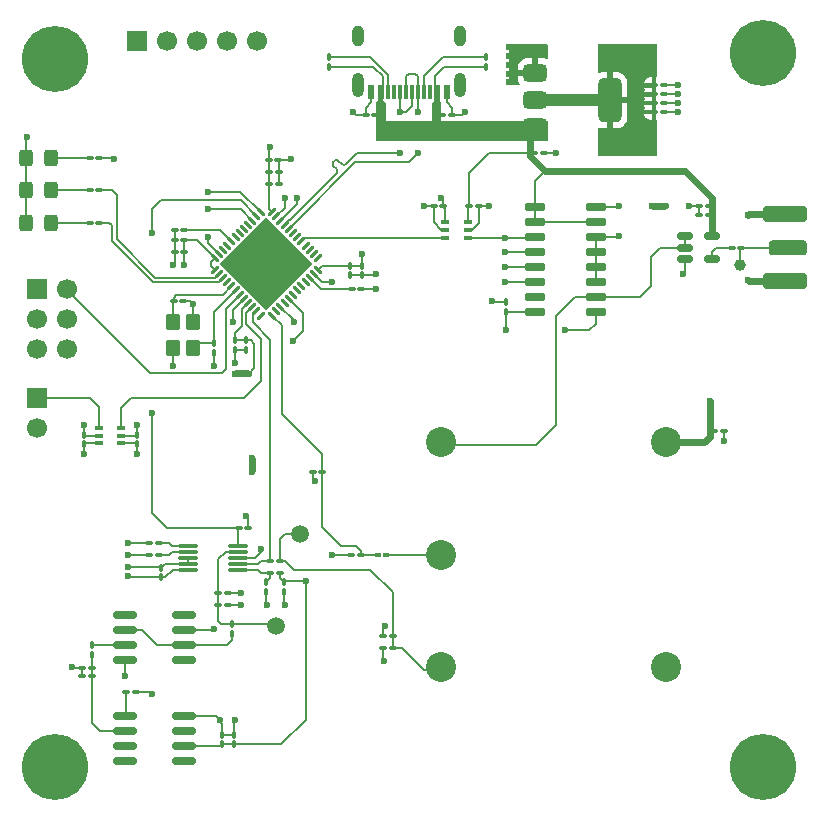
<source format=gbr>
%TF.GenerationSoftware,KiCad,Pcbnew,9.0.4*%
%TF.CreationDate,2025-10-02T19:52:11+02:00*%
%TF.ProjectId,gpsdo,67707364-6f2e-46b6-9963-61645f706362,rev?*%
%TF.SameCoordinates,Original*%
%TF.FileFunction,Copper,L1,Top*%
%TF.FilePolarity,Positive*%
%FSLAX46Y46*%
G04 Gerber Fmt 4.6, Leading zero omitted, Abs format (unit mm)*
G04 Created by KiCad (PCBNEW 9.0.4) date 2025-10-02 19:52:11*
%MOMM*%
%LPD*%
G01*
G04 APERTURE LIST*
G04 Aperture macros list*
%AMRoundRect*
0 Rectangle with rounded corners*
0 $1 Rounding radius*
0 $2 $3 $4 $5 $6 $7 $8 $9 X,Y pos of 4 corners*
0 Add a 4 corners polygon primitive as box body*
4,1,4,$2,$3,$4,$5,$6,$7,$8,$9,$2,$3,0*
0 Add four circle primitives for the rounded corners*
1,1,$1+$1,$2,$3*
1,1,$1+$1,$4,$5*
1,1,$1+$1,$6,$7*
1,1,$1+$1,$8,$9*
0 Add four rect primitives between the rounded corners*
20,1,$1+$1,$2,$3,$4,$5,0*
20,1,$1+$1,$4,$5,$6,$7,0*
20,1,$1+$1,$6,$7,$8,$9,0*
20,1,$1+$1,$8,$9,$2,$3,0*%
%AMRotRect*
0 Rectangle, with rotation*
0 The origin of the aperture is its center*
0 $1 length*
0 $2 width*
0 $3 Rotation angle, in degrees counterclockwise*
0 Add horizontal line*
21,1,$1,$2,0,0,$3*%
G04 Aperture macros list end*
%TA.AperFunction,EtchedComponent*%
%ADD10C,0.000000*%
%TD*%
%TA.AperFunction,ComponentPad*%
%ADD11R,1.700000X1.700000*%
%TD*%
%TA.AperFunction,ComponentPad*%
%ADD12C,1.700000*%
%TD*%
%TA.AperFunction,SMDPad,CuDef*%
%ADD13RoundRect,0.100000X-0.225000X-0.100000X0.225000X-0.100000X0.225000X0.100000X-0.225000X0.100000X0*%
%TD*%
%TA.AperFunction,SMDPad,CuDef*%
%ADD14RoundRect,0.100000X0.217500X0.100000X-0.217500X0.100000X-0.217500X-0.100000X0.217500X-0.100000X0*%
%TD*%
%TA.AperFunction,SMDPad,CuDef*%
%ADD15RoundRect,0.100000X-0.217500X-0.100000X0.217500X-0.100000X0.217500X0.100000X-0.217500X0.100000X0*%
%TD*%
%TA.AperFunction,SMDPad,CuDef*%
%ADD16RoundRect,0.100000X0.225000X0.100000X-0.225000X0.100000X-0.225000X-0.100000X0.225000X-0.100000X0*%
%TD*%
%TA.AperFunction,SMDPad,CuDef*%
%ADD17RoundRect,0.100000X0.100000X-0.217500X0.100000X0.217500X-0.100000X0.217500X-0.100000X-0.217500X0*%
%TD*%
%TA.AperFunction,SMDPad,CuDef*%
%ADD18RoundRect,0.150000X0.725000X0.150000X-0.725000X0.150000X-0.725000X-0.150000X0.725000X-0.150000X0*%
%TD*%
%TA.AperFunction,SMDPad,CuDef*%
%ADD19RoundRect,0.250000X0.325000X0.450000X-0.325000X0.450000X-0.325000X-0.450000X0.325000X-0.450000X0*%
%TD*%
%TA.AperFunction,SMDPad,CuDef*%
%ADD20RoundRect,0.150000X-0.825000X-0.150000X0.825000X-0.150000X0.825000X0.150000X-0.825000X0.150000X0*%
%TD*%
%TA.AperFunction,ConnectorPad*%
%ADD21C,5.600000*%
%TD*%
%TA.AperFunction,ComponentPad*%
%ADD22C,3.600000*%
%TD*%
%TA.AperFunction,SMDPad,CuDef*%
%ADD23RoundRect,0.100000X-0.100000X0.217500X-0.100000X-0.217500X0.100000X-0.217500X0.100000X0.217500X0*%
%TD*%
%TA.AperFunction,SMDPad,CuDef*%
%ADD24C,1.500000*%
%TD*%
%TA.AperFunction,SMDPad,CuDef*%
%ADD25RoundRect,0.250000X-0.350000X0.450000X-0.350000X-0.450000X0.350000X-0.450000X0.350000X0.450000X0*%
%TD*%
%TA.AperFunction,SMDPad,CuDef*%
%ADD26RoundRect,0.250000X1.600000X-0.425000X1.600000X0.425000X-1.600000X0.425000X-1.600000X-0.425000X0*%
%TD*%
%TA.AperFunction,SMDPad,CuDef*%
%ADD27RoundRect,0.250000X1.350000X-0.385000X1.350000X0.385000X-1.350000X0.385000X-1.350000X-0.385000X0*%
%TD*%
%TA.AperFunction,HeatsinkPad*%
%ADD28RotRect,5.600000X5.600000X45.000000*%
%TD*%
%TA.AperFunction,SMDPad,CuDef*%
%ADD29RoundRect,0.062500X0.220971X-0.309359X0.309359X-0.220971X-0.220971X0.309359X-0.309359X0.220971X0*%
%TD*%
%TA.AperFunction,SMDPad,CuDef*%
%ADD30RoundRect,0.062500X-0.220971X-0.309359X0.309359X0.220971X0.220971X0.309359X-0.309359X-0.220971X0*%
%TD*%
%TA.AperFunction,SMDPad,CuDef*%
%ADD31RoundRect,0.375000X-0.625000X-0.375000X0.625000X-0.375000X0.625000X0.375000X-0.625000X0.375000X0*%
%TD*%
%TA.AperFunction,SMDPad,CuDef*%
%ADD32RoundRect,0.500000X-0.500000X-1.400000X0.500000X-1.400000X0.500000X1.400000X-0.500000X1.400000X0*%
%TD*%
%TA.AperFunction,SMDPad,CuDef*%
%ADD33RoundRect,0.150000X-0.512500X-0.150000X0.512500X-0.150000X0.512500X0.150000X-0.512500X0.150000X0*%
%TD*%
%TA.AperFunction,HeatsinkPad*%
%ADD34O,1.000000X1.800000*%
%TD*%
%TA.AperFunction,HeatsinkPad*%
%ADD35O,1.000000X2.100000*%
%TD*%
%TA.AperFunction,SMDPad,CuDef*%
%ADD36R,0.600000X1.240000*%
%TD*%
%TA.AperFunction,SMDPad,CuDef*%
%ADD37R,0.300000X1.240000*%
%TD*%
%TA.AperFunction,SMDPad,CuDef*%
%ADD38RoundRect,0.087500X0.725000X0.087500X-0.725000X0.087500X-0.725000X-0.087500X0.725000X-0.087500X0*%
%TD*%
%TA.AperFunction,SMDPad,CuDef*%
%ADD39RoundRect,0.075000X-0.212500X-0.075000X0.212500X-0.075000X0.212500X0.075000X-0.212500X0.075000X0*%
%TD*%
%TA.AperFunction,SMDPad,CuDef*%
%ADD40RoundRect,0.150000X0.825000X0.150000X-0.825000X0.150000X-0.825000X-0.150000X0.825000X-0.150000X0*%
%TD*%
%TA.AperFunction,ComponentPad*%
%ADD41C,0.600000*%
%TD*%
%TA.AperFunction,SMDPad,CuDef*%
%ADD42C,1.000000*%
%TD*%
%TA.AperFunction,ComponentPad*%
%ADD43C,2.540000*%
%TD*%
%TA.AperFunction,ViaPad*%
%ADD44C,0.600000*%
%TD*%
%TA.AperFunction,Conductor*%
%ADD45C,0.200000*%
%TD*%
%TA.AperFunction,Conductor*%
%ADD46C,0.600000*%
%TD*%
%TA.AperFunction,Conductor*%
%ADD47C,1.000000*%
%TD*%
G04 APERTURE END LIST*
D10*
%TA.AperFunction,EtchedComponent*%
%TO.C,NT1*%
G36*
X129800000Y-104750000D02*
G01*
X129200000Y-104750000D01*
X129200000Y-103550000D01*
X129800000Y-103550000D01*
X129800000Y-104750000D01*
G37*
%TD.AperFunction*%
%TA.AperFunction,EtchedComponent*%
%TO.C,NT2*%
G36*
X129200000Y-96700000D02*
G01*
X128000000Y-96700000D01*
X128000000Y-96100000D01*
X129200000Y-96100000D01*
X129200000Y-96700000D01*
G37*
%TD.AperFunction*%
%TA.AperFunction,EtchedComponent*%
%TO.C,NT3*%
G36*
X164500000Y-82550000D02*
G01*
X163300000Y-82550000D01*
X163300000Y-81950000D01*
X164500000Y-81950000D01*
X164500000Y-82550000D01*
G37*
%TD.AperFunction*%
%TD*%
D11*
%TO.P,J7,1,Pin_1*%
%TO.N,OCXO_5MHZ*%
X119750000Y-68250000D03*
D12*
%TO.P,J7,2,Pin_2*%
%TO.N,OCXO_2.5MHZ*%
X122290000Y-68250000D03*
%TO.P,J7,3,Pin_3*%
%TO.N,OCXO_1.25MHZ*%
X124830000Y-68250000D03*
%TO.P,J7,4,Pin_4*%
%TO.N,OCXO_625KHZ*%
X127370000Y-68250000D03*
%TO.P,J7,5,Pin_5*%
%TO.N,GND*%
X129910000Y-68250000D03*
%TD*%
D13*
%TO.P,U1,6,VCCB*%
%TO.N,VCC_5V*%
X147742500Y-83600000D03*
%TO.P,U1,5,DIR*%
%TO.N,GND*%
X147742500Y-84250000D03*
%TO.P,U1,4,B*%
%TO.N,OCXO_625KHZ*%
X147742500Y-84900000D03*
%TO.P,U1,3,A*%
%TO.N,OCXO_625KHZ_3V3*%
X145842500Y-84900000D03*
%TO.P,U1,2,GND*%
%TO.N,GND*%
X145842500Y-84250000D03*
%TO.P,U1,1,VCCA*%
%TO.N,VDD_3V3*%
X145842500Y-83600000D03*
%TD*%
D14*
%TO.P,C39,1*%
%TO.N,VDD_3V3*%
X145657500Y-82250000D03*
%TO.P,C39,2*%
%TO.N,GND*%
X144842500Y-82250000D03*
%TD*%
D15*
%TO.P,C38,1*%
%TO.N,VCC_5V*%
X147842500Y-82250000D03*
%TO.P,C38,2*%
%TO.N,GND*%
X148657500Y-82250000D03*
%TD*%
D16*
%TO.P,U2,1,VCCA*%
%TO.N,VDD_3V3*%
X118400000Y-102300000D03*
%TO.P,U2,2,GND*%
%TO.N,GND*%
X118400000Y-101650000D03*
%TO.P,U2,3,A*%
%TO.N,PPS_3V3*%
X118400000Y-101000000D03*
%TO.P,U2,4,B*%
%TO.N,PPS_5V*%
X116500000Y-101000000D03*
%TO.P,U2,5,DIR*%
%TO.N,GND*%
X116500000Y-101650000D03*
%TO.P,U2,6,VCCB*%
%TO.N,VCC_5V*%
X116500000Y-102300000D03*
%TD*%
D17*
%TO.P,C40,1*%
%TO.N,VDD_3V3*%
X119750000Y-102407500D03*
%TO.P,C40,2*%
%TO.N,GND*%
X119750000Y-101592500D03*
%TD*%
%TO.P,C2,1*%
%TO.N,VCC_5V*%
X115250000Y-102407500D03*
%TO.P,C2,2*%
%TO.N,GND*%
X115250000Y-101592500D03*
%TD*%
D18*
%TO.P,U8,16,VCC*%
%TO.N,VCC_5V*%
X153425000Y-91195000D03*
%TO.P,U8,15,TC*%
%TO.N,unconnected-(U8-TC-Pad15)*%
X153425000Y-89925000D03*
%TO.P,U8,14,Q0*%
%TO.N,OCXO_5MHZ*%
X153425000Y-88655000D03*
%TO.P,U8,13,Q1*%
%TO.N,OCXO_2.5MHZ*%
X153425000Y-87385000D03*
%TO.P,U8,12,Q2*%
%TO.N,OCXO_1.25MHZ*%
X153425000Y-86115000D03*
%TO.P,U8,11,Q3*%
%TO.N,OCXO_625KHZ*%
X153425000Y-84845000D03*
%TO.P,U8,10,CET*%
%TO.N,VCC_5V*%
X153425000Y-83575000D03*
%TO.P,U8,9,~{PE}*%
X153425000Y-82305000D03*
%TO.P,U8,8,GND*%
%TO.N,GND*%
X158575000Y-82305000D03*
%TO.P,U8,7,CEP*%
%TO.N,VCC_5V*%
X158575000Y-83575000D03*
%TO.P,U8,6,D3*%
%TO.N,GND*%
X158575000Y-84845000D03*
%TO.P,U8,5,D2*%
X158575000Y-86115000D03*
%TO.P,U8,4,D1*%
X158575000Y-87385000D03*
%TO.P,U8,3,D0*%
X158575000Y-88655000D03*
%TO.P,U8,2,CP*%
%TO.N,OCXO_Out*%
X158575000Y-89925000D03*
%TO.P,U8,1,~{MR}*%
%TO.N,VCC_5V*%
X158575000Y-91195000D03*
%TD*%
D19*
%TO.P,D3,2,A*%
%TO.N,VDD_3V3*%
X110375000Y-78150000D03*
%TO.P,D3,1,K*%
%TO.N,Net-(D3-K)*%
X112425000Y-78150000D03*
%TD*%
D20*
%TO.P,U5,8,NC*%
%TO.N,unconnected-(U5-NC-Pad8)*%
X123682500Y-116862500D03*
%TO.P,U5,7,V+*%
%TO.N,VCC_5V*%
X123682500Y-118132500D03*
%TO.P,U5,6*%
%TO.N,V_OCXO_Buffer*%
X123682500Y-119402500D03*
%TO.P,U5,5,NC*%
%TO.N,unconnected-(U5-NC-Pad5)*%
X123682500Y-120672500D03*
%TO.P,U5,4,V-*%
%TO.N,GNDA*%
X118732500Y-120672500D03*
%TO.P,U5,3,+*%
%TO.N,Net-(U5-+)*%
X118732500Y-119402500D03*
%TO.P,U5,2,-*%
%TO.N,V_OCXO_Buffer*%
X118732500Y-118132500D03*
%TO.P,U5,1,NC*%
%TO.N,unconnected-(U5-NC-Pad1)*%
X118732500Y-116862500D03*
%TD*%
D21*
%TO.P,REF\u002A\u002A,1*%
%TO.N,N/C*%
X112750000Y-69750000D03*
D22*
X112750000Y-69750000D03*
%TD*%
D15*
%TO.P,R1,2*%
%TO.N,Net-(OSC5A2B1-Vref)*%
X131840000Y-112250000D03*
%TO.P,R1,1*%
%TO.N,OCXO_Vref*%
X131025000Y-112250000D03*
%TD*%
%TO.P,C18,2*%
%TO.N,GND*%
X138725000Y-89250000D03*
%TO.P,C18,1*%
%TO.N,Net-(U6-VCAP1)*%
X137910000Y-89250000D03*
%TD*%
D14*
%TO.P,R18,2*%
%TO.N,Net-(R18-Pad2)*%
X170092500Y-85750000D03*
%TO.P,R18,1*%
%TO.N,Net-(J5-In)*%
X170907500Y-85750000D03*
%TD*%
%TO.P,C4,2*%
%TO.N,GNDA*%
X140600000Y-119650000D03*
%TO.P,C4,1*%
%TO.N,Net-(OSC5A2B1-Vref)*%
X141415000Y-119650000D03*
%TD*%
D12*
%TO.P,J1,2,Pin_2*%
%TO.N,GND*%
X111250000Y-101015000D03*
D11*
%TO.P,J1,1,Pin_1*%
%TO.N,PPS_5V*%
X111250000Y-98475000D03*
%TD*%
D14*
%TO.P,C32,2*%
%TO.N,GNDA*%
X134592500Y-104750000D03*
%TO.P,C32,1*%
%TO.N,OCXO_Temperature*%
X135407500Y-104750000D03*
%TD*%
D15*
%TO.P,C5,2*%
%TO.N,GNDA*%
X169407500Y-101250000D03*
%TO.P,C5,1*%
%TO.N,VCC_5V*%
X168592500Y-101250000D03*
%TD*%
D17*
%TO.P,R16,2*%
%TO.N,Net-(J3-CC2)*%
X136000000Y-69592500D03*
%TO.P,R16,1*%
%TO.N,VCC_5V*%
X136000000Y-70407500D03*
%TD*%
D23*
%TO.P,C21,2*%
%TO.N,GND*%
X137750000Y-88090000D03*
%TO.P,C21,1*%
%TO.N,VDD_3V3*%
X137750000Y-87275000D03*
%TD*%
D14*
%TO.P,R13,2*%
%TO.N,Net-(D2-K)*%
X115742500Y-80900000D03*
%TO.P,R13,1*%
%TO.N,LED2*%
X116557500Y-80900000D03*
%TD*%
D24*
%TO.P,TP3,1,1*%
%TO.N,DAC_Vref*%
X131500000Y-117750000D03*
%TD*%
D15*
%TO.P,C31,2*%
%TO.N,GND*%
X164315000Y-73500000D03*
%TO.P,C31,1*%
%TO.N,VDD_3V3*%
X163500000Y-73500000D03*
%TD*%
D25*
%TO.P,X1,4,4*%
%TO.N,GND*%
X124450000Y-92015000D03*
%TO.P,X1,3,3*%
%TO.N,OSC_OUT*%
X124450000Y-94215000D03*
%TO.P,X1,2,2*%
%TO.N,GND*%
X122750000Y-94215000D03*
%TO.P,X1,1,1*%
%TO.N,OSC_IN*%
X122750000Y-92015000D03*
%TD*%
D26*
%TO.P,J5,2,Ext*%
%TO.N,GNDA*%
X174587500Y-88575000D03*
X174587500Y-82925000D03*
D27*
%TO.P,J5,1,In*%
%TO.N,Net-(J5-In)*%
X174837500Y-85750000D03*
%TD*%
D15*
%TO.P,C12,2*%
%TO.N,GNDA*%
X119615000Y-123387500D03*
%TO.P,C12,1*%
%TO.N,Net-(U3-Trim{slash}NR)*%
X118800000Y-123387500D03*
%TD*%
D28*
%TO.P,U6,49,VSS*%
%TO.N,GND*%
X130687500Y-87115000D03*
D29*
%TO.P,U6,48,VDD*%
%TO.N,VDD_3V3*%
X126312277Y-86628864D03*
%TO.P,U6,47,VSS*%
%TO.N,GND*%
X126665830Y-86275311D03*
%TO.P,U6,46,PB9*%
%TO.N,unconnected-(U6-PB9-Pad46)*%
X127019384Y-85921757D03*
%TO.P,U6,45,PB8*%
%TO.N,unconnected-(U6-PB8-Pad45)*%
X127372937Y-85568204D03*
%TO.P,U6,44,BOOT0*%
%TO.N,Net-(U6-BOOT0)*%
X127726490Y-85214651D03*
%TO.P,U6,43,PB7*%
%TO.N,unconnected-(U6-PB7-Pad43)*%
X128080044Y-84861097D03*
%TO.P,U6,42,PB6*%
%TO.N,unconnected-(U6-PB6-Pad42)*%
X128433597Y-84507544D03*
%TO.P,U6,41,PB5*%
%TO.N,unconnected-(U6-PB5-Pad41)*%
X128787151Y-84153990D03*
%TO.P,U6,40,PB4*%
%TO.N,unconnected-(U6-PB4-Pad40)*%
X129140704Y-83800437D03*
%TO.P,U6,39,PB3*%
%TO.N,SWO*%
X129494257Y-83446884D03*
%TO.P,U6,38,PA15*%
%TO.N,AD5541A_CS*%
X129847811Y-83093330D03*
%TO.P,U6,37,PA14*%
%TO.N,SWCLK*%
X130201364Y-82739777D03*
D30*
%TO.P,U6,36,VDD*%
%TO.N,VDD_3V3*%
X131173636Y-82739777D03*
%TO.P,U6,35,VSS*%
%TO.N,GND*%
X131527189Y-83093330D03*
%TO.P,U6,34,PA13*%
%TO.N,SWDIO*%
X131880743Y-83446884D03*
%TO.P,U6,33,PA12*%
%TO.N,USB_P*%
X132234296Y-83800437D03*
%TO.P,U6,32,PA11*%
%TO.N,USB_N*%
X132587849Y-84153990D03*
%TO.P,U6,31,PA10*%
%TO.N,unconnected-(U6-PA10-Pad31)*%
X132941403Y-84507544D03*
%TO.P,U6,30,PA9*%
%TO.N,unconnected-(U6-PA9-Pad30)*%
X133294956Y-84861097D03*
%TO.P,U6,29,PA8*%
%TO.N,OCXO_625KHZ_3V3*%
X133648510Y-85214651D03*
%TO.P,U6,28,PB15*%
%TO.N,unconnected-(U6-PB15-Pad28)*%
X134002063Y-85568204D03*
%TO.P,U6,27,PB14*%
%TO.N,unconnected-(U6-PB14-Pad27)*%
X134355616Y-85921757D03*
%TO.P,U6,26,PB13*%
%TO.N,unconnected-(U6-PB13-Pad26)*%
X134709170Y-86275311D03*
%TO.P,U6,25,PB12*%
%TO.N,unconnected-(U6-PB12-Pad25)*%
X135062723Y-86628864D03*
D29*
%TO.P,U6,24,VDD*%
%TO.N,VDD_3V3*%
X135062723Y-87601136D03*
%TO.P,U6,23,VSS*%
%TO.N,GND*%
X134709170Y-87954689D03*
%TO.P,U6,22,VCAP1*%
%TO.N,Net-(U6-VCAP1)*%
X134355616Y-88308243D03*
%TO.P,U6,21,PB10*%
%TO.N,unconnected-(U6-PB10-Pad21)*%
X134002063Y-88661796D03*
%TO.P,U6,20,PB2*%
%TO.N,unconnected-(U6-PB2-Pad20)*%
X133648510Y-89015349D03*
%TO.P,U6,19,PB1*%
%TO.N,unconnected-(U6-PB1-Pad19)*%
X133294956Y-89368903D03*
%TO.P,U6,18,PB0*%
%TO.N,unconnected-(U6-PB0-Pad18)*%
X132941403Y-89722456D03*
%TO.P,U6,17,PA7*%
%TO.N,AD5541A_DIN*%
X132587849Y-90076010D03*
%TO.P,U6,16,PA6*%
%TO.N,unconnected-(U6-PA6-Pad16)*%
X132234296Y-90429563D03*
%TO.P,U6,15,PA5*%
%TO.N,AD5541A_SCLK*%
X131880743Y-90783116D03*
%TO.P,U6,14,PA4*%
%TO.N,unconnected-(U6-PA4-Pad14)*%
X131527189Y-91136670D03*
%TO.P,U6,13,PA3*%
%TO.N,OCXO_Temperature*%
X131173636Y-91490223D03*
D30*
%TO.P,U6,12,PA2*%
%TO.N,unconnected-(U6-PA2-Pad12)*%
X130201364Y-91490223D03*
%TO.P,U6,11,PA1*%
%TO.N,OCXO_Vref*%
X129847811Y-91136670D03*
%TO.P,U6,10,PA0*%
%TO.N,PPS_3V3*%
X129494257Y-90783116D03*
%TO.P,U6,9,VDDA*%
%TO.N,VDDA_3V3*%
X129140704Y-90429563D03*
%TO.P,U6,8,VSSA*%
%TO.N,GND*%
X128787151Y-90076010D03*
%TO.P,U6,7,NRST*%
%TO.N,NRST*%
X128433597Y-89722456D03*
%TO.P,U6,6,PH1*%
%TO.N,OSC_OUT*%
X128080044Y-89368903D03*
%TO.P,U6,5,PH0*%
%TO.N,OSC_IN*%
X127726490Y-89015349D03*
%TO.P,U6,4,PC15*%
%TO.N,unconnected-(U6-PC15-Pad4)*%
X127372937Y-88661796D03*
%TO.P,U6,3,PC14*%
%TO.N,LED1*%
X127019384Y-88308243D03*
%TO.P,U6,2,PC13*%
%TO.N,LED2*%
X126665830Y-87954689D03*
%TO.P,U6,1,VBAT*%
%TO.N,VDD_3V3*%
X126312277Y-87601136D03*
%TD*%
D17*
%TO.P,C15,2*%
%TO.N,GND*%
X121750000Y-112842500D03*
%TO.P,C15,1*%
%TO.N,VDD_3V3*%
X121750000Y-113657500D03*
%TD*%
D15*
%TO.P,C20,2*%
%TO.N,GND*%
X131725000Y-80365000D03*
%TO.P,C20,1*%
%TO.N,VDD_3V3*%
X130910000Y-80365000D03*
%TD*%
D17*
%TO.P,R8,2*%
%TO.N,DAC_Vref*%
X127750000Y-117635000D03*
%TO.P,R8,1*%
%TO.N,V_OCXO_Buffer*%
X127750000Y-118450000D03*
%TD*%
D15*
%TO.P,C11,2*%
%TO.N,GNDA*%
X127432500Y-115021250D03*
%TO.P,C11,1*%
%TO.N,DAC_Vref*%
X126617500Y-115021250D03*
%TD*%
D14*
%TO.P,C3,2*%
%TO.N,GNDA*%
X140600000Y-118650000D03*
%TO.P,C3,1*%
%TO.N,Net-(OSC5A2B1-Vref)*%
X141415000Y-118650000D03*
%TD*%
D23*
%TO.P,C27,2*%
%TO.N,GND*%
X128000000Y-94407500D03*
%TO.P,C27,1*%
%TO.N,VDDA_3V3*%
X128000000Y-93592500D03*
%TD*%
D31*
%TO.P,U7,3,VI*%
%TO.N,VCC_5V*%
X153450000Y-75550000D03*
D32*
%TO.P,U7,2,VO*%
%TO.N,VDD_3V3*%
X159750000Y-73250000D03*
D31*
X153450000Y-73250000D03*
%TO.P,U7,1,GND*%
%TO.N,GND*%
X153450000Y-70950000D03*
%TD*%
D19*
%TO.P,D1,2,A*%
%TO.N,VDD_3V3*%
X110375000Y-83650000D03*
%TO.P,D1,1,K*%
%TO.N,Net-(D1-K)*%
X112425000Y-83650000D03*
%TD*%
D14*
%TO.P,R17,2*%
%TO.N,VDD_3V3*%
X137842500Y-111750000D03*
%TO.P,R17,1*%
%TO.N,OCXO_Temperature*%
X138657500Y-111750000D03*
%TD*%
D23*
%TO.P,C7,2*%
%TO.N,GNDA*%
X132182500Y-114907500D03*
%TO.P,C7,1*%
%TO.N,VCC_5V*%
X132182500Y-114092500D03*
%TD*%
%TO.P,C17,2*%
%TO.N,GND*%
X126250000Y-94657500D03*
%TO.P,C17,1*%
%TO.N,OSC_OUT*%
X126250000Y-93842500D03*
%TD*%
D14*
%TO.P,R12,2*%
%TO.N,Net-(D1-K)*%
X115742500Y-83650000D03*
%TO.P,R12,1*%
%TO.N,LED1*%
X116557500Y-83650000D03*
%TD*%
D33*
%TO.P,U9,5,VCC*%
%TO.N,VCC_5V*%
X168387500Y-84800000D03*
%TO.P,U9,4*%
%TO.N,Net-(R18-Pad2)*%
X168387500Y-86700000D03*
%TO.P,U9,3,GND*%
%TO.N,GNDA*%
X166112500Y-86700000D03*
%TO.P,U9,2*%
%TO.N,OCXO_Out*%
X166112500Y-85750000D03*
%TO.P,U9,1*%
X166112500Y-84800000D03*
%TD*%
D21*
%TO.P,REF\u002A\u002A,1*%
%TO.N,N/C*%
X172750000Y-129750000D03*
D22*
X172750000Y-129750000D03*
%TD*%
D17*
%TO.P,C8,2*%
%TO.N,GNDA*%
X126932500Y-126977500D03*
%TO.P,C8,1*%
%TO.N,VCC_5V*%
X126932500Y-127792500D03*
%TD*%
D14*
%TO.P,R9,2*%
%TO.N,GND*%
X122910000Y-84250000D03*
%TO.P,R9,1*%
%TO.N,Net-(U6-BOOT0)*%
X123725000Y-84250000D03*
%TD*%
D34*
%TO.P,J3,S1,SHIELD*%
%TO.N,GND*%
X138430000Y-67800000D03*
D35*
X138430000Y-72000000D03*
D34*
X147070000Y-67800000D03*
D35*
X147070000Y-72000000D03*
D36*
%TO.P,J3,B12,GND*%
X145950000Y-72600000D03*
%TO.P,J3,B9,VBUS*%
%TO.N,VCC_5V*%
X145150000Y-72600000D03*
D37*
%TO.P,J3,B8*%
%TO.N,N/C*%
X144500000Y-72600000D03*
%TO.P,J3,B7,D-*%
%TO.N,USB_N*%
X143500000Y-72600000D03*
%TO.P,J3,B6,D+*%
%TO.N,USB_P*%
X142000000Y-72600000D03*
%TO.P,J3,B5,CC2*%
%TO.N,Net-(J3-CC2)*%
X141000000Y-72600000D03*
D36*
%TO.P,J3,B4,VBUS*%
%TO.N,VCC_5V*%
X140350000Y-72600000D03*
%TO.P,J3,B1,GND*%
%TO.N,GND*%
X139550000Y-72600000D03*
%TO.P,J3,A12,GND*%
X139550000Y-72600000D03*
%TO.P,J3,A9,VBUS*%
%TO.N,VCC_5V*%
X140350000Y-72600000D03*
D37*
%TO.P,J3,A8*%
%TO.N,N/C*%
X141500000Y-72600000D03*
%TO.P,J3,A7,D-*%
%TO.N,USB_N*%
X142500000Y-72600000D03*
%TO.P,J3,A6,D+*%
%TO.N,USB_P*%
X143000000Y-72600000D03*
%TO.P,J3,A5,CC1*%
%TO.N,Net-(J3-CC1)*%
X144000000Y-72600000D03*
D36*
%TO.P,J3,A4,VBUS*%
%TO.N,VCC_5V*%
X145150000Y-72600000D03*
%TO.P,J3,A1,GND*%
%TO.N,GND*%
X145950000Y-72600000D03*
%TD*%
D21*
%TO.P,REF\u002A\u002A,1*%
%TO.N,N/C*%
X172750000Y-69250000D03*
D22*
X172750000Y-69250000D03*
%TD*%
D14*
%TO.P,R6,2*%
%TO.N,AD5541A_SCLK*%
X120775000Y-110750000D03*
%TO.P,R6,1*%
%TO.N,Net-(U4-SCLK)*%
X121590000Y-110750000D03*
%TD*%
%TO.P,C37,2*%
%TO.N,GNDA*%
X167342500Y-83000000D03*
%TO.P,C37,1*%
%TO.N,VCC_5V*%
X168157500Y-83000000D03*
%TD*%
D17*
%TO.P,C1,2*%
%TO.N,GND*%
X151000000Y-90342500D03*
%TO.P,C1,1*%
%TO.N,VCC_5V*%
X151000000Y-91157500D03*
%TD*%
D38*
%TO.P,U4,10,VLOGIC*%
%TO.N,VDD_3V3*%
X124070000Y-113000000D03*
%TO.P,U4,9,DGND*%
%TO.N,GND*%
X124070000Y-112500000D03*
%TO.P,U4,8,LDAC*%
X124070000Y-112000000D03*
%TO.P,U4,7,DIN*%
%TO.N,Net-(U4-DIN)*%
X124070000Y-111500000D03*
%TO.P,U4,6,SCLK*%
%TO.N,Net-(U4-SCLK)*%
X124070000Y-111000000D03*
%TO.P,U4,5,CS*%
%TO.N,AD5541A_CS*%
X128295000Y-111000000D03*
%TO.P,U4,4,REF*%
%TO.N,DAC_Vref*%
X128295000Y-111500000D03*
%TO.P,U4,3,AGND*%
%TO.N,GNDA*%
X128295000Y-112000000D03*
%TO.P,U4,2,VOUT*%
%TO.N,OCXO_Vref*%
X128295000Y-112500000D03*
%TO.P,U4,1,VDD*%
%TO.N,Net-(U4-VDD)*%
X128295000Y-113000000D03*
%TD*%
D15*
%TO.P,C29,2*%
%TO.N,GND*%
X164315000Y-72000000D03*
%TO.P,C29,1*%
%TO.N,VDD_3V3*%
X163500000Y-72000000D03*
%TD*%
D14*
%TO.P,L1,2,2*%
%TO.N,Net-(U4-VDD)*%
X131025000Y-113250000D03*
%TO.P,L1,1,1*%
%TO.N,VCC_5V*%
X131840000Y-113250000D03*
%TD*%
D17*
%TO.P,C6,2*%
%TO.N,GNDA*%
X127932500Y-126977500D03*
%TO.P,C6,1*%
%TO.N,VCC_5V*%
X127932500Y-127792500D03*
%TD*%
D14*
%TO.P,R14,2*%
%TO.N,Net-(D3-K)*%
X115742500Y-78150000D03*
%TO.P,R14,1*%
%TO.N,GND*%
X116557500Y-78150000D03*
%TD*%
D24*
%TO.P,TP1,1,1*%
%TO.N,Net-(OSC5A2B1-Vref)*%
X133500000Y-110000000D03*
%TD*%
D15*
%TO.P,C28,2*%
%TO.N,GND*%
X154157500Y-77750000D03*
%TO.P,C28,1*%
%TO.N,VCC_5V*%
X153342500Y-77750000D03*
%TD*%
D23*
%TO.P,C9,2*%
%TO.N,GNDA*%
X130682500Y-114907500D03*
%TO.P,C9,1*%
%TO.N,Net-(U4-VDD)*%
X130682500Y-114092500D03*
%TD*%
D39*
%TO.P,TH1,2*%
%TO.N,GNDA*%
X140837500Y-111750000D03*
%TO.P,TH1,1*%
%TO.N,OCXO_Temperature*%
X140162500Y-111750000D03*
%TD*%
D15*
%TO.P,C33,2*%
%TO.N,GND*%
X164315000Y-74250000D03*
%TO.P,C33,1*%
%TO.N,VDD_3V3*%
X163500000Y-74250000D03*
%TD*%
D21*
%TO.P,REF\u002A\u002A,1*%
%TO.N,N/C*%
X112750000Y-129750000D03*
D22*
X112750000Y-129750000D03*
%TD*%
D15*
%TO.P,C10,2*%
%TO.N,GNDA*%
X127432500Y-116021250D03*
%TO.P,C10,1*%
%TO.N,DAC_Vref*%
X126617500Y-116021250D03*
%TD*%
D14*
%TO.P,C19,2*%
%TO.N,GND*%
X122910000Y-85115000D03*
%TO.P,C19,1*%
%TO.N,VDD_3V3*%
X123725000Y-85115000D03*
%TD*%
D15*
%TO.P,C23,2*%
%TO.N,GND*%
X131725000Y-79365000D03*
%TO.P,C23,1*%
%TO.N,VDD_3V3*%
X130910000Y-79365000D03*
%TD*%
D19*
%TO.P,D2,2,A*%
%TO.N,VDD_3V3*%
X110375000Y-80900000D03*
%TO.P,D2,1,K*%
%TO.N,Net-(D2-K)*%
X112425000Y-80900000D03*
%TD*%
D17*
%TO.P,R4,2*%
%TO.N,Net-(U5-+)*%
X115957500Y-119385000D03*
%TO.P,R4,1*%
%TO.N,Net-(U3-Vout)*%
X115957500Y-120200000D03*
%TD*%
D15*
%TO.P,C25,2*%
%TO.N,GND*%
X131700000Y-78365000D03*
%TO.P,C25,1*%
%TO.N,VDD_3V3*%
X130885000Y-78365000D03*
%TD*%
%TO.P,C34,2*%
%TO.N,GND*%
X146407500Y-74500000D03*
%TO.P,C34,1*%
%TO.N,VCC_5V*%
X145592500Y-74500000D03*
%TD*%
D40*
%TO.P,U3,8,DNC*%
%TO.N,unconnected-(U3-DNC-Pad8)*%
X118732500Y-129197500D03*
%TO.P,U3,7,NC*%
%TO.N,unconnected-(U3-NC-Pad7)*%
X118732500Y-127927500D03*
%TO.P,U3,6,Vout*%
%TO.N,Net-(U3-Vout)*%
X118732500Y-126657500D03*
%TO.P,U3,5,Trim/NR*%
%TO.N,Net-(U3-Trim{slash}NR)*%
X118732500Y-125387500D03*
%TO.P,U3,4,GND*%
%TO.N,GNDA*%
X123682500Y-125387500D03*
%TO.P,U3,3,Temp*%
%TO.N,unconnected-(U3-Temp-Pad3)*%
X123682500Y-126657500D03*
%TO.P,U3,2,Vin*%
%TO.N,VCC_5V*%
X123682500Y-127927500D03*
%TO.P,U3,1,DNC*%
%TO.N,unconnected-(U3-DNC-Pad1)*%
X123682500Y-129197500D03*
%TD*%
D41*
%TO.P,NT1,2,2*%
%TO.N,GND*%
X129500000Y-103550000D03*
%TO.P,NT1,1,1*%
%TO.N,GNDA*%
X129500000Y-104750000D03*
%TD*%
D14*
%TO.P,C13,2*%
%TO.N,GNDA*%
X115117500Y-121292500D03*
%TO.P,C13,1*%
%TO.N,Net-(U3-Vout)*%
X115932500Y-121292500D03*
%TD*%
%TO.P,C36,2*%
%TO.N,GNDA*%
X167342500Y-82250000D03*
%TO.P,C36,1*%
%TO.N,VCC_5V*%
X168157500Y-82250000D03*
%TD*%
D41*
%TO.P,NT2,2,2*%
%TO.N,VDD_3V3*%
X128000000Y-96400000D03*
%TO.P,NT2,1,1*%
%TO.N,VDDA_3V3*%
X129200000Y-96400000D03*
%TD*%
D14*
%TO.P,C22,2*%
%TO.N,GND*%
X122910000Y-86115000D03*
%TO.P,C22,1*%
%TO.N,VDD_3V3*%
X123725000Y-86115000D03*
%TD*%
D12*
%TO.P,J2,6,Pin_6*%
%TO.N,GND*%
X113790000Y-94357500D03*
%TO.P,J2,5,Pin_5*%
%TO.N,SWDIO*%
X111250000Y-94357500D03*
%TO.P,J2,4,Pin_4*%
%TO.N,SWCLK*%
X113790000Y-91817500D03*
%TO.P,J2,3,Pin_3*%
%TO.N,SWO*%
X111250000Y-91817500D03*
%TO.P,J2,2,Pin_2*%
%TO.N,NRST*%
X113790000Y-89277500D03*
D11*
%TO.P,J2,1,Pin_1*%
%TO.N,VDD_3V3*%
X111250000Y-89277500D03*
%TD*%
D17*
%TO.P,R15,2*%
%TO.N,Net-(J3-CC1)*%
X149250000Y-69592500D03*
%TO.P,R15,1*%
%TO.N,VCC_5V*%
X149250000Y-70407500D03*
%TD*%
D23*
%TO.P,C24,2*%
%TO.N,GND*%
X138750000Y-88090000D03*
%TO.P,C24,1*%
%TO.N,VDD_3V3*%
X138750000Y-87275000D03*
%TD*%
D41*
%TO.P,NT3,2,2*%
%TO.N,GND*%
X163300000Y-82250000D03*
%TO.P,NT3,1,1*%
%TO.N,GNDA*%
X164500000Y-82250000D03*
%TD*%
D15*
%TO.P,R7,2*%
%TO.N,VDD_3V3*%
X129157500Y-109500000D03*
%TO.P,R7,1*%
%TO.N,AD5541A_CS*%
X128342500Y-109500000D03*
%TD*%
D23*
%TO.P,C26,2*%
%TO.N,GND*%
X129000000Y-94407500D03*
%TO.P,C26,1*%
%TO.N,VDDA_3V3*%
X129000000Y-93592500D03*
%TD*%
D14*
%TO.P,R5,2*%
%TO.N,AD5541A_DIN*%
X120775000Y-111750000D03*
%TO.P,R5,1*%
%TO.N,Net-(U4-DIN)*%
X121590000Y-111750000D03*
%TD*%
D42*
%TO.P,TP2,1,1*%
%TO.N,Net-(J5-In)*%
X170750000Y-87250000D03*
%TD*%
D43*
%TO.P,OSC5A2B1,5,Vcc*%
%TO.N,VCC_5V*%
X164500000Y-102225000D03*
%TO.P,OSC5A2B1,4,NC*%
%TO.N,unconnected-(OSC5A2B1-NC-Pad4)*%
X164500000Y-121275000D03*
%TO.P,OSC5A2B1,3,Vref*%
%TO.N,Net-(OSC5A2B1-Vref)*%
X145450000Y-121275000D03*
%TO.P,OSC5A2B1,2,GND*%
%TO.N,GNDA*%
X145450000Y-111750000D03*
%TO.P,OSC5A2B1,1,Out*%
%TO.N,OCXO_Out*%
X145450000Y-102225000D03*
%TD*%
D15*
%TO.P,C30,2*%
%TO.N,GND*%
X164315000Y-72750000D03*
%TO.P,C30,1*%
%TO.N,VDD_3V3*%
X163500000Y-72750000D03*
%TD*%
%TO.P,C16,2*%
%TO.N,GND*%
X123657500Y-90250000D03*
%TO.P,C16,1*%
%TO.N,OSC_IN*%
X122842500Y-90250000D03*
%TD*%
D14*
%TO.P,C14,2*%
%TO.N,GNDA*%
X115117500Y-122042500D03*
%TO.P,C14,1*%
%TO.N,Net-(U3-Vout)*%
X115932500Y-122042500D03*
%TD*%
%TO.P,C35,2*%
%TO.N,GND*%
X139092500Y-74500000D03*
%TO.P,C35,1*%
%TO.N,VCC_5V*%
X139907500Y-74500000D03*
%TD*%
D44*
%TO.N,VDD_3V3*%
X129000000Y-108500000D03*
%TO.N,GNDA*%
X134800000Y-105500000D03*
%TO.N,GND*%
X119750000Y-100750000D03*
%TO.N,VDD_3V3*%
X119750000Y-103250000D03*
%TO.N,GND*%
X115250000Y-100750000D03*
%TO.N,VCC_5V*%
X115250000Y-103250000D03*
X151000000Y-92750000D03*
%TO.N,GND*%
X149750000Y-90250000D03*
X149500000Y-82250000D03*
X144000000Y-82250000D03*
%TO.N,VDD_3V3*%
X145500000Y-81500000D03*
%TO.N,OCXO_5MHZ*%
X150905000Y-88655000D03*
%TO.N,OCXO_2.5MHZ*%
X150865000Y-87385000D03*
%TO.N,OCXO_1.25MHZ*%
X150865000Y-86115000D03*
%TO.N,OCXO_625KHZ*%
X150865000Y-84900000D03*
%TO.N,VCC_5V*%
X156000000Y-92750000D03*
%TO.N,GND*%
X160500000Y-84750000D03*
X160500000Y-82250000D03*
%TO.N,VCC_5V*%
X168250000Y-98750000D03*
X126250000Y-118000000D03*
X134000000Y-114000000D03*
%TO.N,GND*%
X126250000Y-95750000D03*
X122750000Y-95750000D03*
X165500000Y-74250000D03*
X152000000Y-68750000D03*
X119000000Y-112750000D03*
X151250000Y-71000000D03*
X138000000Y-74250000D03*
X152750000Y-68750000D03*
X165500000Y-72750000D03*
X151250000Y-68750000D03*
X124500000Y-90500000D03*
X153500000Y-68750000D03*
X136250000Y-88650000D03*
X117800000Y-78200000D03*
X140000000Y-89250000D03*
X165500000Y-73500000D03*
X165500000Y-72000000D03*
X154250000Y-68750000D03*
X128000000Y-95500000D03*
X132250000Y-81500000D03*
X140000000Y-88000000D03*
X155250000Y-77750000D03*
X151250000Y-71750000D03*
X130687500Y-87115000D03*
X151250000Y-70250000D03*
X151250000Y-69500000D03*
X127850000Y-92000000D03*
X125750000Y-84850000D03*
X132750000Y-78250000D03*
X147500000Y-74250000D03*
X122750000Y-87250000D03*
%TO.N,AD5541A_CS*%
X121000000Y-84500000D03*
X121000000Y-99750000D03*
%TO.N,AD5541A_DIN*%
X132900000Y-93625000D03*
X119000000Y-111750000D03*
%TO.N,AD5541A_SCLK*%
X119000000Y-110713343D03*
X133000000Y-92000000D03*
%TO.N,SWCLK*%
X125750000Y-81000000D03*
%TO.N,SWO*%
X125750000Y-82500000D03*
%TO.N,SWDIO*%
X133250000Y-81500000D03*
%TO.N,USB_P*%
X142000000Y-77750000D03*
X142000000Y-74250000D03*
%TO.N,USB_N*%
X143536657Y-74250000D03*
X143500000Y-77750000D03*
%TO.N,GNDA*%
X166500000Y-82250000D03*
X130750000Y-116000000D03*
X166000000Y-88000000D03*
X132250000Y-116000000D03*
X130250000Y-111250000D03*
X171500000Y-83000000D03*
X121000000Y-123500000D03*
X118750000Y-122000000D03*
X140625000Y-120750000D03*
X126750000Y-125750000D03*
X171500000Y-88500000D03*
X128500000Y-115978750D03*
X128000000Y-125750000D03*
X140750000Y-117750000D03*
X169407500Y-102092500D03*
X128500000Y-114978750D03*
X114250000Y-121250000D03*
%TO.N,VDD_3V3*%
X163500000Y-76250000D03*
X159000000Y-77750000D03*
X163500000Y-68750000D03*
X163500000Y-69500000D03*
X162750000Y-68750000D03*
X162750000Y-77000000D03*
X162000000Y-69500000D03*
X163500000Y-77000000D03*
X110400000Y-76400000D03*
X162750000Y-69500000D03*
X159750000Y-68750000D03*
X162000000Y-77000000D03*
X160500000Y-68750000D03*
X162750000Y-76250000D03*
X162000000Y-68750000D03*
X163500000Y-70250000D03*
X162750000Y-70250000D03*
X161250000Y-68750000D03*
X138750000Y-86250000D03*
X119000000Y-113550003D03*
X162750000Y-77750000D03*
X160500000Y-77750000D03*
X162000000Y-77750000D03*
X131000000Y-77250000D03*
X123750000Y-87250000D03*
X159750000Y-77750000D03*
X136250000Y-111750000D03*
X159000000Y-68750000D03*
X163500000Y-77750000D03*
X161250000Y-77750000D03*
%TO.N,VCC_5V*%
X154250000Y-79250000D03*
%TD*%
D45*
%TO.N,Net-(OSC5A2B1-Vref)*%
X131840000Y-110410000D02*
X131840000Y-112250000D01*
X141415000Y-114915000D02*
X141415000Y-118650000D01*
X139493702Y-113006298D02*
X139500000Y-113000000D01*
X133006298Y-113006298D02*
X139493702Y-113006298D01*
X132250000Y-112250000D02*
X133006298Y-113006298D01*
X139500000Y-113000000D02*
X141415000Y-114915000D01*
X131840000Y-112250000D02*
X132250000Y-112250000D01*
%TO.N,OCXO_Vref*%
X131025000Y-93525000D02*
X131025000Y-112250000D01*
X130250000Y-112250000D02*
X131025000Y-112250000D01*
X130000000Y-112500000D02*
X130250000Y-112250000D01*
X128295000Y-112500000D02*
X130000000Y-112500000D01*
%TO.N,Net-(OSC5A2B1-Vref)*%
X132250000Y-110000000D02*
X133500000Y-110000000D01*
X131840000Y-110410000D02*
X132250000Y-110000000D01*
%TO.N,AD5541A_CS*%
X128504481Y-81750000D02*
X129847811Y-83093330D01*
X121750000Y-81750000D02*
X128504481Y-81750000D01*
X121000000Y-82500000D02*
X121750000Y-81750000D01*
X121000000Y-84500000D02*
X121000000Y-82500000D01*
%TO.N,GND*%
X122750000Y-95750000D02*
X122750000Y-94215000D01*
%TO.N,VDD_3V3*%
X129157500Y-108657500D02*
X129000000Y-108500000D01*
X129157500Y-109500000D02*
X129157500Y-108657500D01*
%TO.N,AD5541A_CS*%
X121000000Y-108250000D02*
X122250000Y-109500000D01*
X121000000Y-99750000D02*
X121000000Y-108250000D01*
X122250000Y-109500000D02*
X128342500Y-109500000D01*
X128295000Y-111000000D02*
X128295000Y-109547500D01*
%TO.N,OCXO_Temperature*%
X132000000Y-92316587D02*
X131173636Y-91490223D01*
X132000000Y-99800000D02*
X132000000Y-92316587D01*
X135407500Y-103207500D02*
X132000000Y-99800000D01*
X135407500Y-104750000D02*
X135407500Y-103207500D01*
X135407500Y-109407500D02*
X135407500Y-104750000D01*
X137000000Y-111000000D02*
X135407500Y-109407500D01*
%TO.N,GNDA*%
X134592500Y-105292500D02*
X134800000Y-105500000D01*
X134592500Y-104750000D02*
X134592500Y-105292500D01*
%TO.N,PPS_3V3*%
X119250000Y-98500000D02*
X128750000Y-98500000D01*
X118400000Y-101000000D02*
X118400000Y-99350000D01*
X118400000Y-99350000D02*
X119250000Y-98500000D01*
%TO.N,PPS_5V*%
X115725000Y-98475000D02*
X111250000Y-98475000D01*
X116500000Y-99250000D02*
X115725000Y-98475000D01*
X116500000Y-101000000D02*
X116500000Y-99250000D01*
%TO.N,GND*%
X119750000Y-101592500D02*
X119750000Y-100750000D01*
%TO.N,VDD_3V3*%
X119750000Y-102407500D02*
X119750000Y-103250000D01*
%TO.N,GND*%
X118400000Y-101650000D02*
X119692500Y-101650000D01*
%TO.N,VDD_3V3*%
X119642500Y-102300000D02*
X119750000Y-102407500D01*
X118400000Y-102300000D02*
X119642500Y-102300000D01*
%TO.N,GND*%
X115250000Y-101592500D02*
X115250000Y-100750000D01*
%TO.N,VCC_5V*%
X115250000Y-102407500D02*
X115250000Y-103250000D01*
%TO.N,GND*%
X116500000Y-101650000D02*
X115307500Y-101650000D01*
%TO.N,VCC_5V*%
X115357500Y-102300000D02*
X115250000Y-102407500D01*
X116500000Y-102300000D02*
X115357500Y-102300000D01*
X158000000Y-92750000D02*
X158575000Y-92175000D01*
X158575000Y-92175000D02*
X158575000Y-91195000D01*
X156000000Y-92750000D02*
X158000000Y-92750000D01*
%TO.N,OCXO_Out*%
X155250000Y-100750000D02*
X153550000Y-102450000D01*
X155250000Y-91500000D02*
X155250000Y-100750000D01*
X153550000Y-102450000D02*
X145450000Y-102450000D01*
X156825000Y-89925000D02*
X155250000Y-91500000D01*
X158575000Y-89925000D02*
X156825000Y-89925000D01*
%TO.N,VCC_5V*%
X151000000Y-91157500D02*
X151000000Y-92750000D01*
%TO.N,GND*%
X149842500Y-90342500D02*
X149750000Y-90250000D01*
X151000000Y-90342500D02*
X149842500Y-90342500D01*
%TO.N,VCC_5V*%
X151000000Y-91157500D02*
X153387500Y-91157500D01*
%TO.N,OCXO_625KHZ_3V3*%
X133969041Y-84894120D02*
X145836620Y-84894120D01*
X133648510Y-85214651D02*
X133969041Y-84894120D01*
%TO.N,OCXO_625KHZ*%
X150865000Y-84900000D02*
X147742500Y-84900000D01*
%TO.N,VCC_5V*%
X149500000Y-77750000D02*
X153342500Y-77750000D01*
X147842500Y-79407500D02*
X149500000Y-77750000D01*
X147842500Y-82250000D02*
X147842500Y-79407500D01*
%TO.N,GND*%
X148657500Y-82250000D02*
X149500000Y-82250000D01*
X144842500Y-82250000D02*
X144000000Y-82250000D01*
%TO.N,VDD_3V3*%
X145657500Y-81657500D02*
X145500000Y-81500000D01*
X145657500Y-82250000D02*
X145657500Y-81657500D01*
X145842500Y-82435000D02*
X145657500Y-82250000D01*
X145842500Y-83600000D02*
X145842500Y-82435000D01*
%TO.N,VCC_5V*%
X147742500Y-83600000D02*
X147742500Y-82350000D01*
%TO.N,GND*%
X148657500Y-83659999D02*
X148657500Y-82250000D01*
X148067499Y-84250000D02*
X148657500Y-83659999D01*
X147742500Y-84250000D02*
X148067499Y-84250000D01*
X144842500Y-83592500D02*
X144842500Y-82250000D01*
X145500000Y-84250000D02*
X144842500Y-83592500D01*
X145842500Y-84250000D02*
X145500000Y-84250000D01*
%TO.N,OCXO_1.25MHZ*%
X150865000Y-86115000D02*
X153425000Y-86115000D01*
%TO.N,OCXO_2.5MHZ*%
X150885000Y-87385000D02*
X153425000Y-87385000D01*
%TO.N,OCXO_5MHZ*%
X150905000Y-88655000D02*
X153425000Y-88655000D01*
%TO.N,VCC_5V*%
X153425000Y-80075000D02*
X154250000Y-79250000D01*
X153425000Y-82305000D02*
X153425000Y-80075000D01*
D46*
X153000000Y-78000000D02*
X153000000Y-75500000D01*
X154250000Y-79250000D02*
X153000000Y-78000000D01*
X154250000Y-79250000D02*
X155750000Y-79250000D01*
D45*
%TO.N,OCXO_625KHZ*%
X150750000Y-84900000D02*
X153370000Y-84900000D01*
%TO.N,VCC_5V*%
X158575000Y-83575000D02*
X153425000Y-83575000D01*
X153425000Y-83575000D02*
X153425000Y-82305000D01*
%TO.N,OCXO_Out*%
X164000000Y-85750000D02*
X166112500Y-85750000D01*
X163250000Y-86500000D02*
X164000000Y-85750000D01*
X163250000Y-89000000D02*
X163250000Y-86500000D01*
X162325000Y-89925000D02*
X163250000Y-89000000D01*
X158575000Y-89925000D02*
X162325000Y-89925000D01*
%TO.N,USB_P*%
X132665368Y-83404721D02*
X132630012Y-83404721D01*
X136448136Y-78390956D02*
X136363283Y-78475808D01*
X136363283Y-78815220D02*
X136639369Y-79091306D01*
X136639369Y-79430717D02*
X136554517Y-79515571D01*
X138320089Y-77750000D02*
X137403046Y-78667043D01*
X132665368Y-83404721D02*
X136554517Y-79515571D01*
X132630012Y-83404721D02*
X132234296Y-83800437D01*
X142000000Y-77750000D02*
X138320089Y-77750000D01*
X137063634Y-78667043D02*
X136787547Y-78390956D01*
X136639369Y-79091306D02*
G75*
G02*
X136639358Y-79430705I-169669J-169694D01*
G01*
X136363283Y-78475808D02*
G75*
G03*
X136363297Y-78815206I169717J-169692D01*
G01*
X136787547Y-78390956D02*
G75*
G03*
X136448135Y-78390955I-169706J-169703D01*
G01*
X137403046Y-78667043D02*
G75*
G02*
X137063634Y-78667043I-169706J169704D01*
G01*
%TO.N,GND*%
X160405000Y-84845000D02*
X160500000Y-84750000D01*
X158575000Y-84845000D02*
X160405000Y-84845000D01*
X160445000Y-82305000D02*
X160500000Y-82250000D01*
X158575000Y-82305000D02*
X160445000Y-82305000D01*
X158575000Y-87385000D02*
X158575000Y-84845000D01*
X158575000Y-87385000D02*
X158575000Y-86115000D01*
X158575000Y-88655000D02*
X158575000Y-87385000D01*
D46*
%TO.N,VCC_5V*%
X155750000Y-79250000D02*
X166112500Y-79250000D01*
X166112500Y-79250000D02*
X168387500Y-81525000D01*
X168387500Y-81525000D02*
X168387500Y-84800000D01*
X167775000Y-102225000D02*
X164500000Y-102225000D01*
D45*
X131840000Y-113250000D02*
X131840000Y-113750000D01*
X139743508Y-70407500D02*
X136000000Y-70407500D01*
X126117500Y-118132500D02*
X126250000Y-118000000D01*
X140536000Y-71199992D02*
X139743508Y-70407500D01*
X134000000Y-125750000D02*
X131957500Y-127792500D01*
X127932500Y-127792500D02*
X126932500Y-127792500D01*
X134000000Y-114000000D02*
X134000000Y-125750000D01*
X131957500Y-127792500D02*
X127932500Y-127792500D01*
D47*
X153000000Y-76000000D02*
X153450000Y-75550000D01*
D45*
X149250000Y-70407500D02*
X145756492Y-70407500D01*
D46*
X168250000Y-101750000D02*
X167775000Y-102225000D01*
D45*
X123682500Y-118132500D02*
X126117500Y-118132500D01*
X140536000Y-72414000D02*
X140536000Y-71199992D01*
X126797500Y-127927500D02*
X126932500Y-127792500D01*
X123907500Y-127927500D02*
X126797500Y-127927500D01*
D46*
X168250000Y-98750000D02*
X168250000Y-101750000D01*
D45*
X134000000Y-114000000D02*
X132275000Y-114000000D01*
X131840000Y-113750000D02*
X132182500Y-114092500D01*
X144964000Y-71199992D02*
X144964000Y-72414000D01*
X145756492Y-70407500D02*
X144964000Y-71199992D01*
%TO.N,OCXO_Vref*%
X129527280Y-92027280D02*
X129527280Y-91457201D01*
X129527280Y-91457201D02*
X129847811Y-91136670D01*
X131025000Y-93525000D02*
X129527280Y-92027280D01*
%TO.N,GND*%
X131527189Y-83093330D02*
X132250000Y-82370519D01*
X122910000Y-85115000D02*
X122910000Y-86115000D01*
X139092500Y-73907500D02*
X139092500Y-74500000D01*
X131700000Y-78365000D02*
X132635000Y-78365000D01*
X131725000Y-79365000D02*
X131725000Y-78390000D01*
X139550000Y-72600000D02*
X139550000Y-73450000D01*
X129000000Y-94407500D02*
X128000000Y-94407500D01*
X116557500Y-78150000D02*
X117750000Y-78150000D01*
X122092500Y-112500000D02*
X124070000Y-112500000D01*
X154157500Y-77750000D02*
X155250000Y-77750000D01*
X145950000Y-73450000D02*
X146407500Y-73907500D01*
X138725000Y-89250000D02*
X140000000Y-89250000D01*
X124070000Y-112500000D02*
X124070000Y-112000000D01*
X123657500Y-90250000D02*
X124250000Y-90250000D01*
X132635000Y-78365000D02*
X132750000Y-78250000D01*
X124450000Y-92015000D02*
X124450000Y-90550000D01*
X132250000Y-82370519D02*
X132250000Y-81500000D01*
X137750000Y-88090000D02*
X139910000Y-88090000D01*
X164315000Y-74250000D02*
X165500000Y-74250000D01*
X138250000Y-74500000D02*
X139092500Y-74500000D01*
X117750000Y-78150000D02*
X117800000Y-78200000D01*
X145950000Y-72600000D02*
X145950000Y-73450000D01*
X147500000Y-74250000D02*
X147250000Y-74500000D01*
X147250000Y-74500000D02*
X146407500Y-74500000D01*
X164315000Y-72750000D02*
X165500000Y-72750000D01*
X122910000Y-86115000D02*
X122910000Y-87090000D01*
X138000000Y-74250000D02*
X138250000Y-74500000D01*
X127850000Y-91013161D02*
X128787151Y-90076010D01*
X146407500Y-73907500D02*
X146407500Y-74500000D01*
X139550000Y-73450000D02*
X139092500Y-73907500D01*
X127850000Y-92000000D02*
X127850000Y-91013161D01*
X124250000Y-90250000D02*
X124500000Y-90500000D01*
X131725000Y-80365000D02*
X131725000Y-79365000D01*
X164315000Y-72000000D02*
X165500000Y-72000000D01*
X122910000Y-87090000D02*
X122750000Y-87250000D01*
X119000000Y-112750000D02*
X121657500Y-112750000D01*
X125750000Y-84850000D02*
X125750000Y-85350000D01*
X135404481Y-88650000D02*
X136250000Y-88650000D01*
X139910000Y-88090000D02*
X140000000Y-88000000D01*
X126250000Y-95500000D02*
X126250000Y-94657500D01*
X122910000Y-85115000D02*
X122910000Y-84250000D01*
X125750000Y-85350000D02*
X126665830Y-86265830D01*
X124450000Y-90550000D02*
X124500000Y-90500000D01*
X121750000Y-112842500D02*
X122092500Y-112500000D01*
X134709170Y-87954689D02*
X135404481Y-88650000D01*
X164315000Y-73500000D02*
X165500000Y-73500000D01*
X128000000Y-95500000D02*
X128000000Y-94407500D01*
%TO.N,OCXO_Out*%
X166112500Y-84800000D02*
X166112500Y-85750000D01*
%TO.N,DAC_Vref*%
X126617500Y-112132500D02*
X127250000Y-111500000D01*
X126617500Y-116021250D02*
X126617500Y-115021250D01*
X127250000Y-111500000D02*
X128295000Y-111500000D01*
X126617500Y-116021250D02*
X126617500Y-117367500D01*
X126617500Y-117367500D02*
X126885000Y-117635000D01*
X126617500Y-115021250D02*
X126617500Y-112132500D01*
X127750000Y-117635000D02*
X130885000Y-117635000D01*
X126885000Y-117635000D02*
X127750000Y-117635000D01*
%TO.N,Net-(OSC5A2B1-Vref)*%
X141415000Y-119650000D02*
X142150000Y-119650000D01*
X141415000Y-118650000D02*
X141415000Y-119650000D01*
X144000000Y-121500000D02*
X145450000Y-121500000D01*
X142150000Y-119650000D02*
X144000000Y-121500000D01*
%TO.N,AD5541A_DIN*%
X120500000Y-111750000D02*
X119000000Y-111750000D01*
X133750000Y-91238161D02*
X132587849Y-90076010D01*
X133750000Y-92775000D02*
X133750000Y-91238161D01*
X132900000Y-93625000D02*
X133750000Y-92775000D01*
%TO.N,AD5541A_SCLK*%
X133000000Y-91902373D02*
X131880743Y-90783116D01*
X133000000Y-91902373D02*
X133000000Y-92000000D01*
X119136657Y-110750000D02*
X120775000Y-110750000D01*
X119100000Y-110713343D02*
X119136657Y-110750000D01*
X119000000Y-110713343D02*
X119100000Y-110713343D01*
%TO.N,V_OCXO_Buffer*%
X120132500Y-118132500D02*
X121402500Y-119402500D01*
X127750000Y-119000000D02*
X127750000Y-118450000D01*
X121402500Y-119402500D02*
X123682500Y-119402500D01*
X127347500Y-119402500D02*
X127750000Y-119000000D01*
X118732500Y-118132500D02*
X120132500Y-118132500D01*
X123682500Y-119402500D02*
X127347500Y-119402500D01*
%TO.N,Net-(U4-VDD)*%
X131025000Y-113750000D02*
X130682500Y-114092500D01*
X128295000Y-113000000D02*
X130000000Y-113000000D01*
X131025000Y-113250000D02*
X131025000Y-113750000D01*
X130250000Y-113250000D02*
X131025000Y-113250000D01*
X130000000Y-113000000D02*
X130250000Y-113250000D01*
%TO.N,Net-(U3-Trim{slash}NR)*%
X118800000Y-123387500D02*
X118800000Y-125320000D01*
%TO.N,Net-(U3-Vout)*%
X115932500Y-126017500D02*
X116572500Y-126657500D01*
X116572500Y-126657500D02*
X118732500Y-126657500D01*
X115932500Y-121292500D02*
X115932500Y-120225000D01*
X115932500Y-121292500D02*
X115932500Y-122042500D01*
X115932500Y-122042500D02*
X115932500Y-126017500D01*
%TO.N,VDDA_3V3*%
X129650000Y-95950000D02*
X129650000Y-93900000D01*
X129342500Y-93592500D02*
X129000000Y-93592500D01*
X128599000Y-92401000D02*
X128000000Y-93000000D01*
X129650000Y-93900000D02*
X129342500Y-93592500D01*
X129200000Y-96400000D02*
X129650000Y-95950000D01*
X128599000Y-90971267D02*
X128599000Y-92401000D01*
X129140704Y-90429563D02*
X128599000Y-90971267D01*
X129000000Y-93592500D02*
X128000000Y-93592500D01*
X128000000Y-93000000D02*
X128000000Y-93592500D01*
%TO.N,OSC_IN*%
X127726490Y-89015349D02*
X126995920Y-89745919D01*
X126995920Y-89745919D02*
X123075332Y-89745919D01*
X122842500Y-89978751D02*
X122842500Y-90250000D01*
X122750000Y-92015000D02*
X122750000Y-90342500D01*
X123075332Y-89745919D02*
X122842500Y-89978751D01*
%TO.N,OSC_OUT*%
X124822500Y-93842500D02*
X126250000Y-93842500D01*
X126250000Y-91198946D02*
X128080044Y-89368903D01*
X126250000Y-93842500D02*
X126250000Y-91198946D01*
%TO.N,Net-(U6-VCAP1)*%
X135297373Y-89250000D02*
X134355616Y-88308243D01*
X137910000Y-89250000D02*
X135297373Y-89250000D01*
%TO.N,Net-(D1-K)*%
X115742500Y-83650000D02*
X112425000Y-83650000D01*
%TO.N,Net-(D2-K)*%
X115742500Y-80900000D02*
X112425000Y-80900000D01*
%TO.N,Net-(D3-K)*%
X115742500Y-78150000D02*
X112425000Y-78150000D01*
%TO.N,SWCLK*%
X125750000Y-81000000D02*
X128461587Y-81000000D01*
X128461587Y-81000000D02*
X130201364Y-82739777D01*
%TO.N,SWO*%
X125750000Y-82500000D02*
X128547373Y-82500000D01*
X128547373Y-82500000D02*
X129494257Y-83446884D01*
%TO.N,SWDIO*%
X133250000Y-82077627D02*
X133250000Y-81500000D01*
X131880743Y-83446884D02*
X133250000Y-82077627D01*
%TO.N,NRST*%
X126899000Y-96351000D02*
X127250000Y-96000000D01*
X127250000Y-90906053D02*
X128433597Y-89722456D01*
X127250000Y-96000000D02*
X127250000Y-90906053D01*
X120851000Y-96351000D02*
X126899000Y-96351000D01*
X113790000Y-89290000D02*
X120851000Y-96351000D01*
%TO.N,Net-(J3-CC2)*%
X136000000Y-69592500D02*
X139495608Y-69592500D01*
X139495608Y-69592500D02*
X141000000Y-71096892D01*
X141000000Y-71096892D02*
X141000000Y-72600000D01*
%TO.N,Net-(J3-CC1)*%
X145657500Y-69592500D02*
X149250000Y-69592500D01*
X145657500Y-69592500D02*
X144000000Y-71250000D01*
X144000000Y-71250000D02*
X144000000Y-72600000D01*
%TO.N,Net-(U5-+)*%
X115957500Y-119385000D02*
X118715000Y-119385000D01*
%TO.N,Net-(U4-DIN)*%
X121590000Y-111750000D02*
X122432500Y-111750000D01*
X122432500Y-111750000D02*
X122682500Y-111500000D01*
X122682500Y-111500000D02*
X124070000Y-111500000D01*
%TO.N,Net-(U4-SCLK)*%
X122432500Y-110750000D02*
X122682500Y-111000000D01*
X121590000Y-110750000D02*
X122432500Y-110750000D01*
X122682500Y-111000000D02*
X124070000Y-111000000D01*
%TO.N,Net-(U6-BOOT0)*%
X126761839Y-84250000D02*
X127726490Y-85214651D01*
X123725000Y-84250000D02*
X126761839Y-84250000D01*
%TO.N,PPS_3V3*%
X130250000Y-97000000D02*
X130250000Y-93500000D01*
X129000000Y-92250000D02*
X129000000Y-91277373D01*
X129000000Y-91277373D02*
X129494257Y-90783116D01*
X128750000Y-98500000D02*
X130250000Y-97000000D01*
X130250000Y-93500000D02*
X129000000Y-92250000D01*
%TO.N,LED1*%
X117399000Y-83650000D02*
X117599000Y-83850000D01*
X117599000Y-85166100D02*
X121109120Y-88676220D01*
X126651407Y-88676220D02*
X127019384Y-88308243D01*
X117599000Y-83850000D02*
X117599000Y-85166100D01*
X121109120Y-88676220D02*
X126651407Y-88676220D01*
X116557500Y-83650000D02*
X117399000Y-83650000D01*
%TO.N,LED2*%
X121275220Y-88275220D02*
X118000000Y-85000000D01*
X126345299Y-88275220D02*
X121275220Y-88275220D01*
X117650000Y-80900000D02*
X116557500Y-80900000D01*
X126665830Y-87954689D02*
X126345299Y-88275220D01*
X118000000Y-81250000D02*
X117650000Y-80900000D01*
X118000000Y-85000000D02*
X118000000Y-81250000D01*
%TO.N,USB_P*%
X143000000Y-73750000D02*
X143000000Y-72600000D01*
X142500000Y-74250000D02*
X143000000Y-73750000D01*
X142000000Y-74250000D02*
X142000000Y-72600000D01*
X142000000Y-74250000D02*
X142500000Y-74250000D01*
%TO.N,USB_N*%
X142750000Y-71000000D02*
X143250000Y-71000000D01*
X142500000Y-71250000D02*
X142500000Y-72600000D01*
X143250000Y-71000000D02*
X143500000Y-71250000D01*
X143500000Y-72600000D02*
X143500000Y-74231672D01*
X142750000Y-71000000D02*
X142500000Y-71250000D01*
X143500000Y-71250000D02*
X143500000Y-72600000D01*
X143500000Y-74231672D02*
X143536657Y-74268329D01*
%TO.N,GNDA*%
X126932500Y-126067500D02*
X126932500Y-126977500D01*
X126387500Y-125387500D02*
X123682500Y-125387500D01*
X126750000Y-125750000D02*
X126387500Y-125387500D01*
X120887500Y-123387500D02*
X121000000Y-123500000D01*
X167342500Y-83000000D02*
X167342500Y-82250000D01*
X127432500Y-116021250D02*
X128457500Y-116021250D01*
X140750000Y-117750000D02*
X140550000Y-117950000D01*
X140600000Y-120725000D02*
X140625000Y-120750000D01*
X118732500Y-120672500D02*
X118732500Y-121982500D01*
X130682500Y-114907500D02*
X130682500Y-115932500D01*
X127932500Y-126977500D02*
X126932500Y-126977500D01*
X140837500Y-111750000D02*
X145450000Y-111750000D01*
X130250000Y-111500000D02*
X129750000Y-112000000D01*
X132182500Y-115932500D02*
X132250000Y-116000000D01*
D46*
X174587500Y-88575000D02*
X171575000Y-88575000D01*
D45*
X115117500Y-122042500D02*
X115117500Y-121292500D01*
X140600000Y-119650000D02*
X140600000Y-120725000D01*
X166112500Y-86700000D02*
X166112500Y-87887500D01*
X128457500Y-116021250D02*
X128500000Y-115978750D01*
X166112500Y-87887500D02*
X166000000Y-88000000D01*
X126750000Y-125885000D02*
X126932500Y-126067500D01*
X118732500Y-121982500D02*
X118750000Y-122000000D01*
X140550000Y-117950000D02*
X140550000Y-118600000D01*
D46*
X174587500Y-82925000D02*
X171575000Y-82925000D01*
D45*
X167342500Y-82250000D02*
X166500000Y-82250000D01*
X119615000Y-123387500D02*
X120887500Y-123387500D01*
X169407500Y-102092500D02*
X169407500Y-101250000D01*
X128457500Y-115021250D02*
X128500000Y-114978750D01*
X132182500Y-114907500D02*
X132182500Y-115932500D01*
D46*
X171575000Y-82925000D02*
X171500000Y-83000000D01*
D45*
X130682500Y-115932500D02*
X130750000Y-116000000D01*
X127932500Y-125817500D02*
X128000000Y-125750000D01*
X114292500Y-121292500D02*
X114250000Y-121250000D01*
X127432500Y-115021250D02*
X128457500Y-115021250D01*
X130250000Y-111250000D02*
X130250000Y-111500000D01*
X115117500Y-121292500D02*
X114292500Y-121292500D01*
X127932500Y-126977500D02*
X127932500Y-125817500D01*
X126750000Y-125750000D02*
X126750000Y-125885000D01*
X129750000Y-112000000D02*
X128295000Y-112000000D01*
D46*
X171575000Y-88575000D02*
X171500000Y-88500000D01*
D45*
%TO.N,VDD_3V3*%
X126000000Y-87288859D02*
X126000000Y-86941141D01*
X130885000Y-77365000D02*
X131000000Y-77250000D01*
X121750000Y-113657500D02*
X119107497Y-113657500D01*
X131173636Y-82739777D02*
X130910000Y-82476141D01*
X137750000Y-87275000D02*
X135388860Y-87275000D01*
X110375000Y-83650000D02*
X110375000Y-80900000D01*
X124798413Y-85115000D02*
X126312277Y-86628864D01*
X130885000Y-78365000D02*
X130885000Y-77365000D01*
X122750000Y-113000000D02*
X124070000Y-113000000D01*
X121750000Y-113657500D02*
X122092500Y-113657500D01*
X130910000Y-82476141D02*
X130910000Y-80365000D01*
X123725000Y-85115000D02*
X124798413Y-85115000D01*
X130910000Y-80365000D02*
X130910000Y-79365000D01*
X119107497Y-113657500D02*
X119000000Y-113550003D01*
X122092500Y-113657500D02*
X122750000Y-113000000D01*
X126000000Y-86941141D02*
X126312277Y-86628864D01*
X130910000Y-79365000D02*
X130910000Y-78390000D01*
D47*
X153450000Y-73250000D02*
X159750000Y-73250000D01*
D45*
X110375000Y-78150000D02*
X110375000Y-76425000D01*
X123725000Y-86115000D02*
X123725000Y-87225000D01*
X137750000Y-87275000D02*
X138750000Y-87275000D01*
X136250000Y-111750000D02*
X137842500Y-111750000D01*
X138750000Y-87275000D02*
X138750000Y-86250000D01*
X135062723Y-87601136D02*
X135388860Y-87275000D01*
X110375000Y-78150000D02*
X110375000Y-80900000D01*
X123725000Y-86115000D02*
X123725000Y-85115000D01*
X126312277Y-87601136D02*
X126000000Y-87288859D01*
X110375000Y-76425000D02*
X110400000Y-76400000D01*
X123725000Y-87225000D02*
X123750000Y-87250000D01*
%TO.N,Net-(J5-In)*%
X170907500Y-85750000D02*
X174837500Y-85750000D01*
X170750000Y-85907500D02*
X170907500Y-85750000D01*
X170750000Y-87250000D02*
X170750000Y-85907500D01*
%TO.N,Net-(R18-Pad2)*%
X168750000Y-85750000D02*
X170092500Y-85750000D01*
X168387500Y-86112500D02*
X168750000Y-85750000D01*
X168387500Y-86700000D02*
X168387500Y-86112500D01*
%TO.N,OCXO_Temperature*%
X138657500Y-111407500D02*
X138657500Y-111750000D01*
X137000000Y-111000000D02*
X138250000Y-111000000D01*
X138657500Y-111750000D02*
X139902500Y-111750000D01*
X138250000Y-111000000D02*
X138657500Y-111407500D01*
%TO.N,USB_N*%
X143500000Y-77750000D02*
X142750000Y-78500000D01*
X142750000Y-78500000D02*
X138206483Y-78500000D01*
X132983565Y-83758274D02*
X132587849Y-84153990D01*
X138206483Y-78500000D02*
X132983565Y-83722918D01*
X132983565Y-83722918D02*
X132983565Y-83758274D01*
%TD*%
%TA.AperFunction,Conductor*%
%TO.N,VCC_5V*%
G36*
X140581487Y-72268013D02*
G01*
X140599500Y-72311500D01*
X140599500Y-73244677D01*
X140614032Y-73317738D01*
X140641621Y-73359028D01*
X140669399Y-73400601D01*
X140722666Y-73436192D01*
X140752261Y-73455967D01*
X140757857Y-73458285D01*
X140757127Y-73460046D01*
X140789633Y-73481763D01*
X140800000Y-73515934D01*
X140800000Y-75000000D01*
X144750000Y-75000000D01*
X144750000Y-73487328D01*
X144768013Y-73443841D01*
X144777334Y-73436192D01*
X144830596Y-73400605D01*
X144830597Y-73400603D01*
X144830601Y-73400601D01*
X144885966Y-73317740D01*
X144885966Y-73317739D01*
X144885967Y-73317738D01*
X144900499Y-73244677D01*
X144900500Y-73244677D01*
X144900500Y-72311500D01*
X144918513Y-72268013D01*
X144962000Y-72250000D01*
X145338000Y-72250000D01*
X145381487Y-72268013D01*
X145399500Y-72311500D01*
X145399500Y-73244677D01*
X145414032Y-73317738D01*
X145469399Y-73400601D01*
X145472665Y-73402783D01*
X145498818Y-73441919D01*
X145500000Y-73453920D01*
X145500000Y-75000000D01*
X154438500Y-75000000D01*
X154481987Y-75018013D01*
X154500000Y-75061500D01*
X154500000Y-76688500D01*
X154481987Y-76731987D01*
X154438500Y-76750000D01*
X140061500Y-76750000D01*
X140018013Y-76731987D01*
X140000000Y-76688500D01*
X140000000Y-73453920D01*
X140018013Y-73410433D01*
X140027335Y-73402783D01*
X140030601Y-73400601D01*
X140085966Y-73317740D01*
X140085966Y-73317739D01*
X140085967Y-73317738D01*
X140100499Y-73244677D01*
X140100500Y-73244677D01*
X140100500Y-72311500D01*
X140118513Y-72268013D01*
X140162000Y-72250000D01*
X140538000Y-72250000D01*
X140581487Y-72268013D01*
G37*
%TD.AperFunction*%
%TD*%
%TA.AperFunction,Conductor*%
%TO.N,GND*%
G36*
X154481987Y-68518013D02*
G01*
X154500000Y-68561500D01*
X154500000Y-69709928D01*
X154481987Y-69753415D01*
X154438500Y-69771428D01*
X154411176Y-69765025D01*
X154378522Y-69748831D01*
X154193821Y-69702896D01*
X154193822Y-69702896D01*
X154151106Y-69700000D01*
X153700000Y-69700000D01*
X153700000Y-70888500D01*
X153681987Y-70931987D01*
X153638500Y-70950000D01*
X153450000Y-70950000D01*
X153450000Y-71138500D01*
X153431987Y-71181987D01*
X153388500Y-71200000D01*
X151950000Y-71200000D01*
X151950000Y-71401105D01*
X151952896Y-71443821D01*
X151998831Y-71628524D01*
X152083390Y-71799021D01*
X152083393Y-71799026D01*
X152164534Y-71899970D01*
X152177739Y-71945149D01*
X152155130Y-71986434D01*
X152116600Y-72000000D01*
X151311500Y-72000000D01*
X151268013Y-71981987D01*
X151250000Y-71938500D01*
X151250000Y-70498894D01*
X151950000Y-70498894D01*
X151950000Y-70700000D01*
X153200000Y-70700000D01*
X153200000Y-69700000D01*
X152748894Y-69700000D01*
X152706178Y-69702896D01*
X152521475Y-69748831D01*
X152350978Y-69833390D01*
X152350973Y-69833393D01*
X152202633Y-69952632D01*
X152202632Y-69952633D01*
X152083393Y-70100973D01*
X152083390Y-70100978D01*
X151998831Y-70271475D01*
X151952896Y-70456178D01*
X151950000Y-70498894D01*
X151250000Y-70498894D01*
X151250000Y-68561500D01*
X151268013Y-68518013D01*
X151311500Y-68500000D01*
X154438500Y-68500000D01*
X154481987Y-68518013D01*
G37*
%TD.AperFunction*%
%TD*%
%TA.AperFunction,Conductor*%
%TO.N,VDD_3V3*%
G36*
X163731987Y-68518013D02*
G01*
X163750000Y-68561500D01*
X163750000Y-71238500D01*
X163731987Y-71281987D01*
X163708131Y-71291868D01*
X163700000Y-71300000D01*
X163700000Y-74949999D01*
X163708131Y-74958130D01*
X163731987Y-74968012D01*
X163750000Y-75011499D01*
X163750000Y-77938500D01*
X163731987Y-77981987D01*
X163688500Y-78000000D01*
X158811500Y-78000000D01*
X158768013Y-77981987D01*
X158750000Y-77938500D01*
X158750000Y-75618540D01*
X158768013Y-75575053D01*
X158811500Y-75557040D01*
X158839975Y-75564029D01*
X158877139Y-75583442D01*
X159072670Y-75639391D01*
X159191993Y-75650000D01*
X159500000Y-75650000D01*
X160000000Y-75650000D01*
X160308007Y-75650000D01*
X160427329Y-75639391D01*
X160622863Y-75583442D01*
X160803127Y-75489280D01*
X160803127Y-75489279D01*
X160960752Y-75360752D01*
X161089279Y-75203127D01*
X161089280Y-75203127D01*
X161183442Y-75022863D01*
X161239391Y-74827329D01*
X161250000Y-74708006D01*
X161250000Y-74450000D01*
X162690489Y-74450000D01*
X162697943Y-74506629D01*
X162758401Y-74652588D01*
X162758403Y-74652592D01*
X162854575Y-74777924D01*
X162979907Y-74874096D01*
X162979911Y-74874098D01*
X163125869Y-74934555D01*
X163125873Y-74934556D01*
X163243175Y-74949999D01*
X163300000Y-74949999D01*
X163300000Y-74450000D01*
X162690489Y-74450000D01*
X161250000Y-74450000D01*
X161250000Y-74049999D01*
X162690488Y-74049999D01*
X162690488Y-74050000D01*
X163300000Y-74050000D01*
X163300000Y-73700000D01*
X162690489Y-73700000D01*
X162697943Y-73756625D01*
X162697945Y-73756632D01*
X162737224Y-73851465D01*
X162737224Y-73898533D01*
X162697945Y-73993366D01*
X162697943Y-73993373D01*
X162690488Y-74049999D01*
X161250000Y-74049999D01*
X161250000Y-73500000D01*
X160000000Y-73500000D01*
X160000000Y-75650000D01*
X159500000Y-75650000D01*
X159500000Y-73299999D01*
X162690488Y-73299999D01*
X162690488Y-73300000D01*
X163300000Y-73300000D01*
X163300000Y-72950000D01*
X162690489Y-72950000D01*
X162697943Y-73006625D01*
X162697945Y-73006632D01*
X162737224Y-73101465D01*
X162737224Y-73148533D01*
X162697945Y-73243366D01*
X162697943Y-73243373D01*
X162690488Y-73299999D01*
X159500000Y-73299999D01*
X159500000Y-73000000D01*
X160000000Y-73000000D01*
X161250000Y-73000000D01*
X161250000Y-72549999D01*
X162690488Y-72549999D01*
X162690488Y-72550000D01*
X163300000Y-72550000D01*
X163300000Y-72200000D01*
X162690489Y-72200000D01*
X162697943Y-72256625D01*
X162697945Y-72256632D01*
X162737224Y-72351465D01*
X162737224Y-72398533D01*
X162697945Y-72493366D01*
X162697943Y-72493373D01*
X162690488Y-72549999D01*
X161250000Y-72549999D01*
X161250000Y-71799999D01*
X162690488Y-71799999D01*
X162690488Y-71800000D01*
X163300000Y-71800000D01*
X163300000Y-71300000D01*
X163243181Y-71300000D01*
X163243171Y-71300001D01*
X163125871Y-71315443D01*
X162979911Y-71375901D01*
X162979907Y-71375903D01*
X162854575Y-71472075D01*
X162758403Y-71597407D01*
X162758401Y-71597411D01*
X162697944Y-71743369D01*
X162697943Y-71743373D01*
X162690488Y-71799999D01*
X161250000Y-71799999D01*
X161250000Y-71791993D01*
X161239391Y-71672670D01*
X161183441Y-71477136D01*
X161183442Y-71477136D01*
X161089279Y-71296872D01*
X160960752Y-71139247D01*
X160803127Y-71010720D01*
X160803127Y-71010719D01*
X160622863Y-70916557D01*
X160427329Y-70860608D01*
X160308007Y-70850000D01*
X160000000Y-70850000D01*
X160000000Y-73000000D01*
X159500000Y-73000000D01*
X159500000Y-70850000D01*
X159191993Y-70850000D01*
X159072670Y-70860608D01*
X158877138Y-70916557D01*
X158839973Y-70935970D01*
X158793088Y-70940137D01*
X158756988Y-70909931D01*
X158750000Y-70881458D01*
X158750000Y-68561500D01*
X158768013Y-68518013D01*
X158811500Y-68500000D01*
X163688500Y-68500000D01*
X163731987Y-68518013D01*
G37*
%TD.AperFunction*%
%TD*%
M02*

</source>
